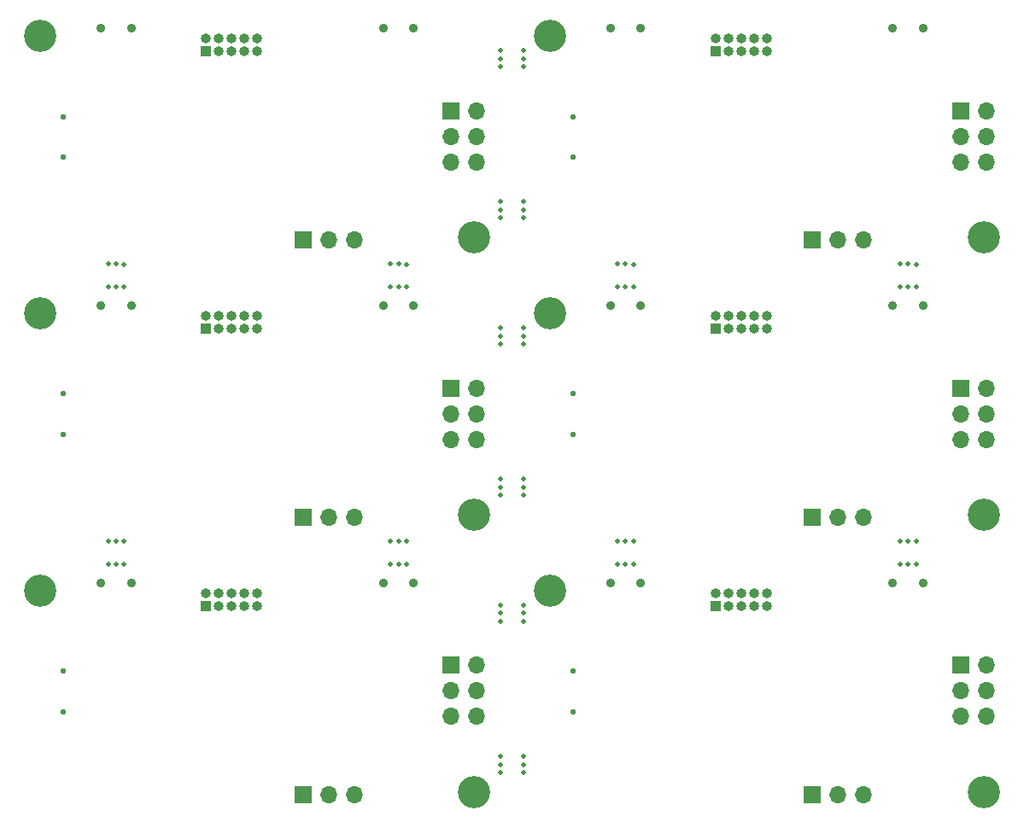
<source format=gbs>
%TF.GenerationSoftware,KiCad,Pcbnew,(5.1.10-1-10_14)*%
%TF.CreationDate,2021-09-22T14:49:40-04:00*%
%TF.ProjectId,pannel,70616e6e-656c-42e6-9b69-6361645f7063,rev?*%
%TF.SameCoordinates,Original*%
%TF.FileFunction,Soldermask,Bot*%
%TF.FilePolarity,Negative*%
%FSLAX46Y46*%
G04 Gerber Fmt 4.6, Leading zero omitted, Abs format (unit mm)*
G04 Created by KiCad (PCBNEW (5.1.10-1-10_14)) date 2021-09-22 14:49:40*
%MOMM*%
%LPD*%
G01*
G04 APERTURE LIST*
%ADD10C,3.200000*%
%ADD11C,0.900000*%
%ADD12R,1.700000X1.700000*%
%ADD13O,1.700000X1.700000*%
%ADD14C,0.550000*%
%ADD15O,1.000000X1.000000*%
%ADD16R,1.000000X1.000000*%
%ADD17C,0.500000*%
G04 APERTURE END LIST*
D10*
%TO.C,H1*%
X96000000Y2500000D03*
%TD*%
%TO.C,H2*%
X53000000Y22500000D03*
%TD*%
D11*
%TO.C,SW2*%
X87000000Y23241000D03*
X90000000Y23241000D03*
%TD*%
D12*
%TO.C,J3*%
X79000000Y2250000D03*
D13*
X81540000Y2250000D03*
X84080000Y2250000D03*
%TD*%
D14*
%TO.C,J1*%
X55280000Y10500000D03*
X55280000Y14500000D03*
%TD*%
D11*
%TO.C,SW1*%
X59000000Y23241000D03*
X62000000Y23241000D03*
%TD*%
D15*
%TO.C,JPROG1*%
X74503000Y22225000D03*
X74503000Y20955000D03*
X73233000Y22225000D03*
X73233000Y20955000D03*
X71963000Y22225000D03*
X71963000Y20955000D03*
X70693000Y22225000D03*
X70693000Y20955000D03*
X69423000Y22225000D03*
D16*
X69423000Y20955000D03*
%TD*%
D12*
%TO.C,J2*%
X93710000Y15080000D03*
D13*
X96250000Y15080000D03*
X93710000Y12540000D03*
X96250000Y12540000D03*
X93710000Y10000000D03*
X96250000Y10000000D03*
%TD*%
D10*
%TO.C,H1*%
X96000000Y30000000D03*
%TD*%
%TO.C,H2*%
X53000000Y50000000D03*
%TD*%
D11*
%TO.C,SW2*%
X87000000Y50741000D03*
X90000000Y50741000D03*
%TD*%
D12*
%TO.C,J3*%
X79000000Y29750000D03*
D13*
X81540000Y29750000D03*
X84080000Y29750000D03*
%TD*%
D14*
%TO.C,J1*%
X55280000Y38000000D03*
X55280000Y42000000D03*
%TD*%
D11*
%TO.C,SW1*%
X59000000Y50741000D03*
X62000000Y50741000D03*
%TD*%
D15*
%TO.C,JPROG1*%
X74503000Y49725000D03*
X74503000Y48455000D03*
X73233000Y49725000D03*
X73233000Y48455000D03*
X71963000Y49725000D03*
X71963000Y48455000D03*
X70693000Y49725000D03*
X70693000Y48455000D03*
X69423000Y49725000D03*
D16*
X69423000Y48455000D03*
%TD*%
D12*
%TO.C,J2*%
X93710000Y42580000D03*
D13*
X96250000Y42580000D03*
X93710000Y40040000D03*
X96250000Y40040000D03*
X93710000Y37500000D03*
X96250000Y37500000D03*
%TD*%
D10*
%TO.C,H1*%
X96000000Y57500000D03*
%TD*%
%TO.C,H2*%
X53000000Y77500000D03*
%TD*%
D11*
%TO.C,SW2*%
X87000000Y78241000D03*
X90000000Y78241000D03*
%TD*%
D12*
%TO.C,J3*%
X79000000Y57250000D03*
D13*
X81540000Y57250000D03*
X84080000Y57250000D03*
%TD*%
D14*
%TO.C,J1*%
X55280000Y65500000D03*
X55280000Y69500000D03*
%TD*%
D11*
%TO.C,SW1*%
X59000000Y78241000D03*
X62000000Y78241000D03*
%TD*%
D15*
%TO.C,JPROG1*%
X74503000Y77225000D03*
X74503000Y75955000D03*
X73233000Y77225000D03*
X73233000Y75955000D03*
X71963000Y77225000D03*
X71963000Y75955000D03*
X70693000Y77225000D03*
X70693000Y75955000D03*
X69423000Y77225000D03*
D16*
X69423000Y75955000D03*
%TD*%
D12*
%TO.C,J2*%
X93710000Y70080000D03*
D13*
X96250000Y70080000D03*
X93710000Y67540000D03*
X96250000Y67540000D03*
X93710000Y65000000D03*
X96250000Y65000000D03*
%TD*%
D10*
%TO.C,H1*%
X45500000Y57500000D03*
%TD*%
%TO.C,H2*%
X2500000Y77500000D03*
%TD*%
D11*
%TO.C,SW2*%
X36500000Y78241000D03*
X39500000Y78241000D03*
%TD*%
D12*
%TO.C,J3*%
X28500000Y57250000D03*
D13*
X31040000Y57250000D03*
X33580000Y57250000D03*
%TD*%
D14*
%TO.C,J1*%
X4780000Y65500000D03*
X4780000Y69500000D03*
%TD*%
D11*
%TO.C,SW1*%
X8500000Y78241000D03*
X11500000Y78241000D03*
%TD*%
D15*
%TO.C,JPROG1*%
X24003000Y77225000D03*
X24003000Y75955000D03*
X22733000Y77225000D03*
X22733000Y75955000D03*
X21463000Y77225000D03*
X21463000Y75955000D03*
X20193000Y77225000D03*
X20193000Y75955000D03*
X18923000Y77225000D03*
D16*
X18923000Y75955000D03*
%TD*%
D12*
%TO.C,J2*%
X43210000Y70080000D03*
D13*
X45750000Y70080000D03*
X43210000Y67540000D03*
X45750000Y67540000D03*
X43210000Y65000000D03*
X45750000Y65000000D03*
%TD*%
D10*
%TO.C,H1*%
X45500000Y30000000D03*
%TD*%
%TO.C,H2*%
X2500000Y50000000D03*
%TD*%
D11*
%TO.C,SW2*%
X36500000Y50741000D03*
X39500000Y50741000D03*
%TD*%
D12*
%TO.C,J3*%
X28500000Y29750000D03*
D13*
X31040000Y29750000D03*
X33580000Y29750000D03*
%TD*%
D14*
%TO.C,J1*%
X4780000Y38000000D03*
X4780000Y42000000D03*
%TD*%
D11*
%TO.C,SW1*%
X8500000Y50741000D03*
X11500000Y50741000D03*
%TD*%
D15*
%TO.C,JPROG1*%
X24003000Y49725000D03*
X24003000Y48455000D03*
X22733000Y49725000D03*
X22733000Y48455000D03*
X21463000Y49725000D03*
X21463000Y48455000D03*
X20193000Y49725000D03*
X20193000Y48455000D03*
X18923000Y49725000D03*
D16*
X18923000Y48455000D03*
%TD*%
D12*
%TO.C,J2*%
X43210000Y42580000D03*
D13*
X45750000Y42580000D03*
X43210000Y40040000D03*
X45750000Y40040000D03*
X43210000Y37500000D03*
X45750000Y37500000D03*
%TD*%
D10*
%TO.C,H1*%
X45500000Y2500000D03*
%TD*%
%TO.C,H2*%
X2500000Y22500000D03*
%TD*%
D11*
%TO.C,SW2*%
X36500000Y23241000D03*
X39500000Y23241000D03*
%TD*%
D12*
%TO.C,J3*%
X28500000Y2250000D03*
D13*
X31040000Y2250000D03*
X33580000Y2250000D03*
%TD*%
D14*
%TO.C,J1*%
X4780000Y10500000D03*
X4780000Y14500000D03*
%TD*%
D11*
%TO.C,SW1*%
X8500000Y23241000D03*
X11500000Y23241000D03*
%TD*%
D15*
%TO.C,JPROG1*%
X24003000Y22225000D03*
X24003000Y20955000D03*
X22733000Y22225000D03*
X22733000Y20955000D03*
X21463000Y22225000D03*
X21463000Y20955000D03*
X20193000Y22225000D03*
X20193000Y20955000D03*
X18923000Y22225000D03*
D16*
X18923000Y20955000D03*
%TD*%
D12*
%TO.C,J2*%
X43210000Y15080000D03*
D13*
X45750000Y15080000D03*
X43210000Y12540000D03*
X45750000Y12540000D03*
X43210000Y10000000D03*
X45750000Y10000000D03*
%TD*%
D17*
%TO.C,mouse-bite-2.54mm-slot*%
X50375000Y21050000D03*
X50375000Y19450000D03*
X48125000Y19450000D03*
X48137500Y21050000D03*
X50375000Y20250000D03*
X48125000Y20250000D03*
%TD*%
%TO.C,mouse-bite-2.54mm-slot*%
X48125000Y5250000D03*
X50375000Y5250000D03*
X48137500Y6050000D03*
X48125000Y4450000D03*
X50375000Y4450000D03*
X50375000Y6050000D03*
%TD*%
%TO.C,mouse-bite-2.54mm-slot*%
X10800000Y25125000D03*
X9200000Y25125000D03*
X9200000Y27375000D03*
X10800000Y27362500D03*
X10000000Y25125000D03*
X10000000Y27375000D03*
%TD*%
%TO.C,mouse-bite-2.54mm-slot*%
X38800000Y25125000D03*
X37200000Y25125000D03*
X37200000Y27375000D03*
X38800000Y27362500D03*
X38000000Y25125000D03*
X38000000Y27375000D03*
%TD*%
%TO.C,mouse-bite-2.54mm-slot*%
X88500000Y27375000D03*
X88500000Y25125000D03*
X89300000Y27362500D03*
X87700000Y27375000D03*
X87700000Y25125000D03*
X89300000Y25125000D03*
%TD*%
%TO.C,mouse-bite-2.54mm-slot*%
X60500000Y27375000D03*
X60500000Y25125000D03*
X61300000Y27362500D03*
X59700000Y27375000D03*
X59700000Y25125000D03*
X61300000Y25125000D03*
%TD*%
%TO.C,mouse-bite-2.54mm-slot*%
X48125000Y47750000D03*
X50375000Y47750000D03*
X48137500Y48550000D03*
X48125000Y46950000D03*
X50375000Y46950000D03*
X50375000Y48550000D03*
%TD*%
%TO.C,mouse-bite-2.54mm-slot*%
X10000000Y54875000D03*
X10000000Y52625000D03*
X10800000Y54862500D03*
X9200000Y54875000D03*
X9200000Y52625000D03*
X10800000Y52625000D03*
%TD*%
%TO.C,mouse-bite-2.54mm-slot*%
X38000000Y54875000D03*
X38000000Y52625000D03*
X38800000Y54862500D03*
X37200000Y54875000D03*
X37200000Y52625000D03*
X38800000Y52625000D03*
%TD*%
%TO.C,mouse-bite-2.54mm-slot*%
X48125000Y60250000D03*
X50375000Y60250000D03*
X48137500Y61050000D03*
X48125000Y59450000D03*
X50375000Y59450000D03*
X50375000Y61050000D03*
%TD*%
%TO.C,mouse-bite-2.54mm-slot*%
X50375000Y76050000D03*
X50375000Y74450000D03*
X48125000Y74450000D03*
X48137500Y76050000D03*
X50375000Y75250000D03*
X48125000Y75250000D03*
%TD*%
%TO.C,mouse-bite-2.54mm-slot*%
X89300000Y52625000D03*
X87700000Y52625000D03*
X87700000Y54875000D03*
X89300000Y54862500D03*
X88500000Y52625000D03*
X88500000Y54875000D03*
%TD*%
%TO.C,mouse-bite-2.54mm-slot*%
X50375000Y33550000D03*
X50375000Y31950000D03*
X48125000Y31950000D03*
X48137500Y33550000D03*
X50375000Y32750000D03*
X48125000Y32750000D03*
%TD*%
%TO.C,mouse-bite-2.54mm-slot*%
X61300000Y52625000D03*
X59700000Y52625000D03*
X59700000Y54875000D03*
X61300000Y54862500D03*
X60500000Y52625000D03*
X60500000Y54875000D03*
%TD*%
M02*

</source>
